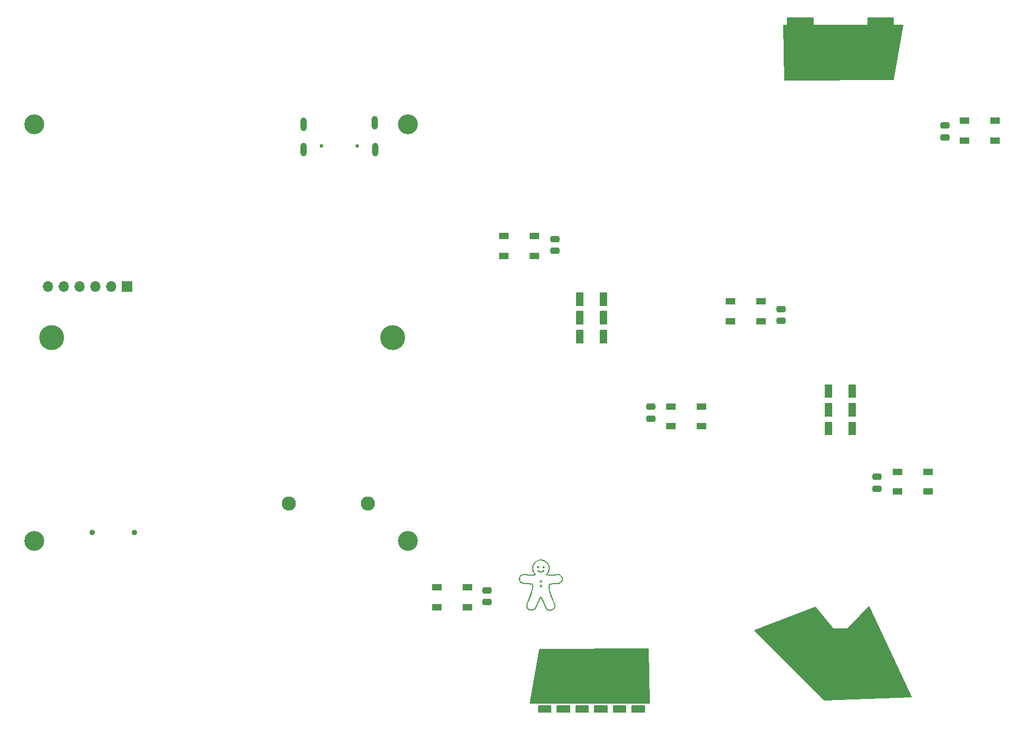
<source format=gbs>
%MOIN*%
%OFA0B0*%
%FSLAX46Y46*%
%IPPOS*%
%LPD*%
%AMRoundRect0*
4,1,4,
0.07874015748031496,0.11811023622047245,
0.15748031496062992,0.19685039370078741,
0.23622047244094491,0.27559055118110237,
0.31496062992125984,0.35433070866141736,
0.07874015748031496,0.11811023622047245,
0*
1,1,$1,$2,$3*
1,1,$1,$2,$3*
1,1,$1,$2,$3*
1,1,$1,$2,$3*
20,1,$1,$2,$3,$4,$5,0*
20,1,$1,$2,$3,$4,$5,0*
20,1,$1,$2,$3,$4,$5,0*
20,1,$1,$2,$3,$4,$5,0*%
%AMCOMP500*
4,1,3,
-0.018700787401574805,0.00984251968503937,
-0.018700787401574805,-0.00984251968503937,
0.018700787401574805,-0.00984251968503937,
0.018700787401574805,0.00984251968503937,
0*
4,1,19,
-0.018700787401574805,0.01968503937007874,
-0.015659281551427682,0.019203312168259386,
-0.012915499485310303,0.017805285377706176,
-0.010738021708907997,0.015627807601303872,
-0.0093399949183547871,0.012884025535186491,
-0.0088582677165354329,0.00984251968503937,
-0.0093399949183547871,0.0068010138348922507,
-0.010738021708907997,0.0040572317687748724,
-0.012915499485310301,0.0018797539923725657,
-0.015659281551427682,0.00048172720181935506,
-0.0187007874015748,0,
-0.021742293251721927,0.00048172720181935506,
-0.0244860753178393,0.0018797539923725635,
-0.026663553094241611,0.00405723176877487,
-0.02806157988479482,0.0068010138348922489,
-0.028543307086614175,0.0098425196850393682,
-0.02806157988479482,0.012884025535186489,
-0.026663553094241611,0.015627807601303868,
-0.024486075317839306,0.017805285377706176,
-0.021742293251721924,0.019203312168259386,
0*
4,1,19,
-0.018700787401574805,0,
-0.015659281551427682,-0.00048172720181935506,
-0.012915499485310303,-0.0018797539923725646,
-0.010738021708907997,-0.0040572317687748707,
-0.0093399949183547871,-0.00680101383489225,
-0.0088582677165354329,-0.00984251968503937,
-0.0093399949183547871,-0.012884025535186491,
-0.010738021708907997,-0.015627807601303868,
-0.012915499485310301,-0.017805285377706176,
-0.015659281551427682,-0.019203312168259386,
-0.0187007874015748,-0.01968503937007874,
-0.021742293251721927,-0.019203312168259386,
-0.0244860753178393,-0.017805285377706176,
-0.026663553094241611,-0.015627807601303872,
-0.02806157988479482,-0.012884025535186491,
-0.028543307086614175,-0.0098425196850393734,
-0.02806157988479482,-0.0068010138348922524,
-0.026663553094241611,-0.0040572317687748733,
-0.024486075317839306,-0.0018797539923725657,
-0.021742293251721924,-0.00048172720181935506,
0*
4,1,19,
0.018700787401574805,0,
0.021742293251721924,-0.00048172720181935506,
0.0244860753178393,-0.0018797539923725646,
0.026663553094241611,-0.0040572317687748707,
0.02806157988479482,-0.00680101383489225,
0.028543307086614175,-0.00984251968503937,
0.02806157988479482,-0.012884025535186491,
0.026663553094241611,-0.015627807601303868,
0.024486075317839306,-0.017805285377706176,
0.021742293251721924,-0.019203312168259386,
0.018700787401574805,-0.01968503937007874,
0.015659281551427682,-0.019203312168259386,
0.012915499485310306,-0.017805285377706176,
0.010738021708907997,-0.015627807601303872,
0.0093399949183547871,-0.012884025535186491,
0.0088582677165354329,-0.0098425196850393734,
0.0093399949183547871,-0.0068010138348922524,
0.010738021708907997,-0.0040572317687748733,
0.012915499485310301,-0.0018797539923725657,
0.015659281551427682,-0.00048172720181935506,
0*
4,1,19,
0.018700787401574805,0.01968503937007874,
0.021742293251721924,0.019203312168259386,
0.0244860753178393,0.017805285377706176,
0.026663553094241611,0.015627807601303872,
0.02806157988479482,0.012884025535186491,
0.028543307086614175,0.00984251968503937,
0.02806157988479482,0.0068010138348922507,
0.026663553094241611,0.0040572317687748724,
0.024486075317839306,0.0018797539923725657,
0.021742293251721924,0.00048172720181935506,
0.018700787401574805,0,
0.015659281551427682,0.00048172720181935506,
0.012915499485310306,0.0018797539923725635,
0.010738021708907997,0.00405723176877487,
0.0093399949183547871,0.0068010138348922489,
0.0088582677165354329,0.0098425196850393682,
0.0093399949183547871,0.012884025535186489,
0.010738021708907997,0.015627807601303868,
0.012915499485310301,0.017805285377706176,
0.015659281551427682,0.019203312168259386,
0*
4,1,3,
-0.028543307086614175,0.00984251968503937,
-0.0088582677165354329,0.00984251968503937,
-0.0088582677165354329,-0.00984251968503937,
-0.028543307086614175,-0.00984251968503937,
0*
4,1,3,
-0.018700787401574805,-0.01968503937007874,
-0.018700787401574805,0,
0.018700787401574805,0,
0.018700787401574805,-0.01968503937007874,
0*
4,1,3,
0.028543307086614175,-0.00984251968503937,
0.0088582677165354329,-0.00984251968503937,
0.0088582677165354329,0.00984251968503937,
0.028543307086614175,0.00984251968503937,
0*
4,1,3,
0.018700787401574805,0.01968503937007874,
0.018700787401574805,0,
-0.018700787401574805,0,
-0.018700787401574805,0.01968503937007874,
0*%
%AMRoundRect1*
4,1,4,
-0.078740157480314987,-0.11811023622047243,
-0.15748031496062997,-0.19685039370078738,
-0.23622047244094493,-0.27559055118110232,
-0.31496062992125995,-0.35433070866141725,
-0.078740157480314987,-0.11811023622047243,
0*
1,1,$1,$2,$3*
1,1,$1,$2,$3*
1,1,$1,$2,$3*
1,1,$1,$2,$3*
20,1,$1,$2,$3,$4,$5,180*
20,1,$1,$2,$3,$4,$5,180*
20,1,$1,$2,$3,$4,$5,180*
20,1,$1,$2,$3,$4,$5,180*%
%AMCOMP560*
4,1,3,
0.0187007874015748,-0.0098425196850393734,
0.018700787401574805,0.0098425196850393682,
-0.0187007874015748,0.0098425196850393734,
-0.018700787401574805,-0.0098425196850393682,
0*
4,1,19,
0.0187007874015748,-0.019685039370078747,
0.015659281551427682,-0.019203312168259389,
0.012915499485310301,-0.017805285377706179,
0.010738021708907995,-0.015627807601303872,
0.0093399949183547871,-0.012884025535186494,
0.0088582677165354312,-0.00984251968503937,
0.0093399949183547853,-0.0068010138348922524,
0.010738021708907997,-0.0040572317687748733,
0.012915499485310301,-0.0018797539923725672,
0.015659281551427682,-0.00048172720181935695,
0.0187007874015748,-0.0000000000000000022901103073449965,
0.021742293251721927,-0.00048172720181935771,
0.0244860753178393,-0.0018797539923725666,
0.026663553094241611,-0.0040572317687748733,
0.02806157988479482,-0.0068010138348922524,
0.028543307086614175,-0.0098425196850393734,
0.02806157988479482,-0.012884025535186494,
0.026663553094241611,-0.015627807601303872,
0.024486075317839306,-0.017805285377706179,
0.02174229325172192,-0.019203312168259389,
0*
4,1,19,
0.018700787401574805,-0.0000000000000000022901103073449965,
0.015659281551427682,0.0004817272018193531,
0.012915499485310303,0.0018797539923725629,
0.010738021708907997,0.00405723176877487,
0.0093399949183547888,0.0068010138348922489,
0.0088582677165354329,0.0098425196850393682,
0.0093399949183547871,0.012884025535186489,
0.010738021708907999,0.015627807601303865,
0.012915499485310303,0.017805285377706176,
0.015659281551427685,0.019203312168259386,
0.018700787401574805,0.01968503937007874,
0.021742293251721934,0.019203312168259386,
0.0244860753178393,0.017805285377706176,
0.026663553094241611,0.015627807601303872,
0.02806157988479482,0.012884025535186487,
0.028543307086614175,0.00984251968503937,
0.02806157988479482,0.0068010138348922489,
0.026663553094241611,0.00405723176877487,
0.024486075317839306,0.0018797539923725627,
0.021742293251721924,0.00048172720181935234,
0*
4,1,19,
-0.018700787401574805,0.0000000000000000022901103073449965,
-0.021742293251721924,0.00048172720181935771,
-0.0244860753178393,0.0018797539923725677,
-0.026663553094241611,0.0040572317687748742,
-0.02806157988479482,0.0068010138348922533,
-0.028543307086614175,0.0098425196850393734,
-0.02806157988479482,0.012884025535186496,
-0.026663553094241611,0.015627807601303872,
-0.024486075317839306,0.017805285377706179,
-0.02174229325172192,0.019203312168259389,
-0.018700787401574805,0.019685039370078747,
-0.015659281551427678,0.019203312168259389,
-0.012915499485310303,0.017805285377706179,
-0.010738021708907995,0.015627807601303875,
-0.0093399949183547871,0.012884025535186494,
-0.0088582677165354312,0.0098425196850393734,
-0.0093399949183547853,0.0068010138348922533,
-0.010738021708907997,0.0040572317687748742,
-0.012915499485310301,0.0018797539923725672,
-0.015659281551427682,0.00048172720181935695,
0*
4,1,19,
-0.018700787401574805,-0.01968503937007874,
-0.021742293251721927,-0.019203312168259386,
-0.0244860753178393,-0.017805285377706176,
-0.026663553094241611,-0.015627807601303868,
-0.02806157988479482,-0.012884025535186487,
-0.028543307086614175,-0.0098425196850393682,
-0.02806157988479482,-0.0068010138348922481,
-0.026663553094241611,-0.004057231768774869,
-0.024486075317839306,-0.0018797539923725627,
-0.021742293251721924,-0.00048172720181935234,
-0.018700787401574805,0.0000000000000000022901103073449973,
-0.015659281551427682,-0.0004817272018193531,
-0.012915499485310306,-0.0018797539923725618,
-0.010738021708907997,-0.004057231768774869,
-0.0093399949183547888,-0.0068010138348922481,
-0.0088582677165354329,-0.0098425196850393682,
-0.0093399949183547871,-0.012884025535186487,
-0.010738021708907999,-0.015627807601303865,
-0.012915499485310303,-0.017805285377706176,
-0.015659281551427682,-0.019203312168259386,
0*
4,1,3,
0.028543307086614175,-0.0098425196850393751,
0.0088582677165354312,-0.00984251968503937,
0.0088582677165354329,0.00984251968503937,
0.028543307086614175,0.0098425196850393665,
0*
4,1,3,
0.018700787401574805,0.01968503937007874,
0.018700787401574805,-0.0000000000000000022901103073449965,
-0.018700787401574805,0.0000000000000000022901103073449965,
-0.0187007874015748,0.019685039370078747,
0*
4,1,3,
-0.028543307086614175,0.0098425196850393751,
-0.0088582677165354312,0.00984251968503937,
-0.0088582677165354329,-0.00984251968503937,
-0.028543307086614175,-0.0098425196850393665,
0*
4,1,3,
-0.018700787401574805,-0.01968503937007874,
-0.018700787401574805,0.0000000000000000022901103073449965,
0.018700787401574805,-0.0000000000000000022901103073449965,
0.0187007874015748,-0.019685039370078747,
0*%
%ADD10C,0.12598425196850396*%
%ADD11C,0.035433070866141732*%
%ADD12C,0.023622047244094488*%
%ADD13O,0.03937007874015748X0.086614173228346469*%
%ADD14R,0.066929133858267723X0.066929133858267723*%
%ADD15O,0.066929133858267723X0.066929133858267723*%
%ADD16C,0.090000000000000011*%
%ADD17C,0.15748031496062992*%
%ADD28C,0.005905511811023622*%
%ADD29R,0.059055118110236227X0.03937007874015748*%
%AMCOMP62*
4,1,3,
-0.018700787401574805,0.00984251968503937,
-0.018700787401574805,-0.00984251968503937,
0.018700787401574805,-0.00984251968503937,
0.018700787401574805,0.00984251968503937,
0*
4,1,19,
-0.018700787401574805,0.01968503937007874,
-0.015659281551427682,0.019203312168259386,
-0.012915499485310303,0.017805285377706176,
-0.010738021708907997,0.015627807601303872,
-0.0093399949183547871,0.012884025535186491,
-0.0088582677165354329,0.00984251968503937,
-0.0093399949183547871,0.0068010138348922507,
-0.010738021708907997,0.0040572317687748724,
-0.012915499485310301,0.0018797539923725657,
-0.015659281551427682,0.00048172720181935506,
-0.0187007874015748,0,
-0.021742293251721927,0.00048172720181935506,
-0.0244860753178393,0.0018797539923725635,
-0.026663553094241611,0.00405723176877487,
-0.02806157988479482,0.0068010138348922489,
-0.028543307086614175,0.0098425196850393682,
-0.02806157988479482,0.012884025535186489,
-0.026663553094241611,0.015627807601303868,
-0.024486075317839306,0.017805285377706176,
-0.021742293251721924,0.019203312168259386,
0*
4,1,19,
-0.018700787401574805,0,
-0.015659281551427682,-0.00048172720181935506,
-0.012915499485310303,-0.0018797539923725646,
-0.010738021708907997,-0.0040572317687748707,
-0.0093399949183547871,-0.00680101383489225,
-0.0088582677165354329,-0.00984251968503937,
-0.0093399949183547871,-0.012884025535186491,
-0.010738021708907997,-0.015627807601303868,
-0.012915499485310301,-0.017805285377706176,
-0.015659281551427682,-0.019203312168259386,
-0.0187007874015748,-0.01968503937007874,
-0.021742293251721927,-0.019203312168259386,
-0.0244860753178393,-0.017805285377706176,
-0.026663553094241611,-0.015627807601303872,
-0.02806157988479482,-0.012884025535186491,
-0.028543307086614175,-0.0098425196850393734,
-0.02806157988479482,-0.0068010138348922524,
-0.026663553094241611,-0.0040572317687748733,
-0.024486075317839306,-0.0018797539923725657,
-0.021742293251721924,-0.00048172720181935506,
0*
4,1,19,
0.018700787401574805,0,
0.021742293251721924,-0.00048172720181935506,
0.0244860753178393,-0.0018797539923725646,
0.026663553094241611,-0.0040572317687748707,
0.02806157988479482,-0.00680101383489225,
0.028543307086614175,-0.00984251968503937,
0.02806157988479482,-0.012884025535186491,
0.026663553094241611,-0.015627807601303868,
0.024486075317839306,-0.017805285377706176,
0.021742293251721924,-0.019203312168259386,
0.018700787401574805,-0.01968503937007874,
0.015659281551427682,-0.019203312168259386,
0.012915499485310306,-0.017805285377706176,
0.010738021708907997,-0.015627807601303872,
0.0093399949183547871,-0.012884025535186491,
0.0088582677165354329,-0.0098425196850393734,
0.0093399949183547871,-0.0068010138348922524,
0.010738021708907997,-0.0040572317687748733,
0.012915499485310301,-0.0018797539923725657,
0.015659281551427682,-0.00048172720181935506,
0*
4,1,19,
0.018700787401574805,0.01968503937007874,
0.021742293251721924,0.019203312168259386,
0.0244860753178393,0.017805285377706176,
0.026663553094241611,0.015627807601303872,
0.02806157988479482,0.012884025535186491,
0.028543307086614175,0.00984251968503937,
0.02806157988479482,0.0068010138348922507,
0.026663553094241611,0.0040572317687748724,
0.024486075317839306,0.0018797539923725657,
0.021742293251721924,0.00048172720181935506,
0.018700787401574805,0,
0.015659281551427682,0.00048172720181935506,
0.012915499485310306,0.0018797539923725635,
0.010738021708907997,0.00405723176877487,
0.0093399949183547871,0.0068010138348922489,
0.0088582677165354329,0.0098425196850393682,
0.0093399949183547871,0.012884025535186489,
0.010738021708907997,0.015627807601303868,
0.012915499485310301,0.017805285377706176,
0.015659281551427682,0.019203312168259386,
0*
4,1,3,
-0.028543307086614175,0.00984251968503937,
-0.0088582677165354329,0.00984251968503937,
-0.0088582677165354329,-0.00984251968503937,
-0.028543307086614175,-0.00984251968503937,
0*
4,1,3,
-0.018700787401574805,-0.01968503937007874,
-0.018700787401574805,0,
0.018700787401574805,0,
0.018700787401574805,-0.01968503937007874,
0*
4,1,3,
0.028543307086614175,-0.00984251968503937,
0.0088582677165354329,-0.00984251968503937,
0.0088582677165354329,0.00984251968503937,
0.028543307086614175,0.00984251968503937,
0*
4,1,3,
0.018700787401574805,0.01968503937007874,
0.018700787401574805,0,
-0.018700787401574805,0,
-0.018700787401574805,0.01968503937007874,
0*%
%ADD30COMP62,0.25X-0.475X0.25X-0.475X-0.25X0.475X-0.25X0.475X0.25X0*%
%ADD31C,0.005905511811023622*%
%ADD32R,0.059055118110236227X0.03937007874015748*%
%AMCOMP68*
4,1,3,
0.0187007874015748,-0.0098425196850393734,
0.018700787401574805,0.0098425196850393682,
-0.0187007874015748,0.0098425196850393734,
-0.018700787401574805,-0.0098425196850393682,
0*
4,1,19,
0.0187007874015748,-0.019685039370078747,
0.015659281551427682,-0.019203312168259389,
0.012915499485310301,-0.017805285377706179,
0.010738021708907995,-0.015627807601303872,
0.0093399949183547871,-0.012884025535186494,
0.0088582677165354312,-0.00984251968503937,
0.0093399949183547853,-0.0068010138348922524,
0.010738021708907997,-0.0040572317687748733,
0.012915499485310301,-0.0018797539923725672,
0.015659281551427682,-0.00048172720181935695,
0.0187007874015748,-0.0000000000000000022901103073449965,
0.021742293251721927,-0.00048172720181935771,
0.0244860753178393,-0.0018797539923725666,
0.026663553094241611,-0.0040572317687748733,
0.02806157988479482,-0.0068010138348922524,
0.028543307086614175,-0.0098425196850393734,
0.02806157988479482,-0.012884025535186494,
0.026663553094241611,-0.015627807601303872,
0.024486075317839306,-0.017805285377706179,
0.02174229325172192,-0.019203312168259389,
0*
4,1,19,
0.018700787401574805,-0.0000000000000000022901103073449965,
0.015659281551427682,0.0004817272018193531,
0.012915499485310303,0.0018797539923725629,
0.010738021708907997,0.00405723176877487,
0.0093399949183547888,0.0068010138348922489,
0.0088582677165354329,0.0098425196850393682,
0.0093399949183547871,0.012884025535186489,
0.010738021708907999,0.015627807601303865,
0.012915499485310303,0.017805285377706176,
0.015659281551427685,0.019203312168259386,
0.018700787401574805,0.01968503937007874,
0.021742293251721934,0.019203312168259386,
0.0244860753178393,0.017805285377706176,
0.026663553094241611,0.015627807601303872,
0.02806157988479482,0.012884025535186487,
0.028543307086614175,0.00984251968503937,
0.02806157988479482,0.0068010138348922489,
0.026663553094241611,0.00405723176877487,
0.024486075317839306,0.0018797539923725627,
0.021742293251721924,0.00048172720181935234,
0*
4,1,19,
-0.018700787401574805,0.0000000000000000022901103073449965,
-0.021742293251721924,0.00048172720181935771,
-0.0244860753178393,0.0018797539923725677,
-0.026663553094241611,0.0040572317687748742,
-0.02806157988479482,0.0068010138348922533,
-0.028543307086614175,0.0098425196850393734,
-0.02806157988479482,0.012884025535186496,
-0.026663553094241611,0.015627807601303872,
-0.024486075317839306,0.017805285377706179,
-0.02174229325172192,0.019203312168259389,
-0.018700787401574805,0.019685039370078747,
-0.015659281551427678,0.019203312168259389,
-0.012915499485310303,0.017805285377706179,
-0.010738021708907995,0.015627807601303875,
-0.0093399949183547871,0.012884025535186494,
-0.0088582677165354312,0.0098425196850393734,
-0.0093399949183547853,0.0068010138348922533,
-0.010738021708907997,0.0040572317687748742,
-0.012915499485310301,0.0018797539923725672,
-0.015659281551427682,0.00048172720181935695,
0*
4,1,19,
-0.018700787401574805,-0.01968503937007874,
-0.021742293251721927,-0.019203312168259386,
-0.0244860753178393,-0.017805285377706176,
-0.026663553094241611,-0.015627807601303868,
-0.02806157988479482,-0.012884025535186487,
-0.028543307086614175,-0.0098425196850393682,
-0.02806157988479482,-0.0068010138348922481,
-0.026663553094241611,-0.004057231768774869,
-0.024486075317839306,-0.0018797539923725627,
-0.021742293251721924,-0.00048172720181935234,
-0.018700787401574805,0.0000000000000000022901103073449973,
-0.015659281551427682,-0.0004817272018193531,
-0.012915499485310306,-0.0018797539923725618,
-0.010738021708907997,-0.004057231768774869,
-0.0093399949183547888,-0.0068010138348922481,
-0.0088582677165354329,-0.0098425196850393682,
-0.0093399949183547871,-0.012884025535186487,
-0.010738021708907999,-0.015627807601303865,
-0.012915499485310303,-0.017805285377706176,
-0.015659281551427682,-0.019203312168259386,
0*
4,1,3,
0.028543307086614175,-0.0098425196850393751,
0.0088582677165354312,-0.00984251968503937,
0.0088582677165354329,0.00984251968503937,
0.028543307086614175,0.0098425196850393665,
0*
4,1,3,
0.018700787401574805,0.01968503937007874,
0.018700787401574805,-0.0000000000000000022901103073449965,
-0.018700787401574805,0.0000000000000000022901103073449965,
-0.0187007874015748,0.019685039370078747,
0*
4,1,3,
-0.028543307086614175,0.0098425196850393751,
-0.0088582677165354312,0.00984251968503937,
-0.0088582677165354329,-0.00984251968503937,
-0.028543307086614175,-0.0098425196850393665,
0*
4,1,3,
-0.018700787401574805,-0.01968503937007874,
-0.018700787401574805,0.0000000000000000022901103073449965,
0.018700787401574805,-0.0000000000000000022901103073449965,
0.0187007874015748,-0.019685039370078747,
0*%
%ADD33COMP68,0.25X-0.475X0.25X-0.475X-0.25X0.475X-0.25X0.475X0.25X0*%
G01*
D10*
X-0001771653Y-0003110236D02*
X0003149606Y0003779527D03*
D11*
X0001153543Y0001196850D03*
X0001421259Y0001196850D03*
D10*
X0000787401Y0003779527D03*
D12*
X0002602755Y0003643700D03*
X0002830314Y0003643700D03*
D13*
X0002491142Y0003780787D03*
X0002491535Y0003620642D03*
X0002942219Y0003620642D03*
X0002941535Y0003788976D03*
D10*
X0000787401Y0001141732D03*
D14*
X0001374015Y0002751968D03*
D15*
X0001274015Y0002751968D03*
X0001174015Y0002751968D03*
X0001074015Y0002751968D03*
X0000974015Y0002751968D03*
X0000874015Y0002751968D03*
D10*
X0003149606Y0001141732D03*
D16*
X0002396850Y0001379527D03*
X0002896850Y0001379527D03*
D17*
X0000896850Y0002429527D03*
X0003054330Y0002429527D03*
G04 next file*
G04 Gerber Fmt 4.6, Leading zero omitted, Abs format (unit mm)*
G04 Created by KiCad (PCBNEW (6.0.7)) date 2022-11-21 20:09:17*
G01*
G04 APERTURE LIST*
G04 Aperture macros list*
G04 Aperture macros list end*
G04 APERTURE END LIST*
D28*
G36*
X0004405511Y0002397637D02*
G01*
X0004366141Y0002397637D01*
X0004366141Y0002476377D01*
X0004405511Y0002476377D01*
X0004405511Y0002397637D01*
G37*
X0004405511Y0002397637D02*
X0004366141Y0002397637D01*
X0004366141Y0002476377D01*
X0004405511Y0002476377D01*
X0004405511Y0002397637D01*
G36*
X0004409448Y0000059055D02*
G01*
X0004330708Y0000059055D01*
X0004330708Y0000098425D01*
X0004409448Y0000098425D01*
X0004409448Y0000059055D01*
G37*
X0004409448Y0000059055D02*
X0004330708Y0000059055D01*
X0004330708Y0000098425D01*
X0004409448Y0000098425D01*
X0004409448Y0000059055D01*
G36*
X0004645669Y0000059055D02*
G01*
X0004566929Y0000059055D01*
X0004566929Y0000098425D01*
X0004645669Y0000098425D01*
X0004645669Y0000059055D01*
G37*
X0004645669Y0000059055D02*
X0004566929Y0000059055D01*
X0004566929Y0000098425D01*
X0004645669Y0000098425D01*
X0004645669Y0000059055D01*
G36*
X0004405511Y0002633858D02*
G01*
X0004366141Y0002633858D01*
X0004366141Y0002712598D01*
X0004405511Y0002712598D01*
X0004405511Y0002633858D01*
G37*
X0004405511Y0002633858D02*
X0004366141Y0002633858D01*
X0004366141Y0002712598D01*
X0004405511Y0002712598D01*
X0004405511Y0002633858D01*
G36*
X0004405511Y0002515748D02*
G01*
X0004366141Y0002515748D01*
X0004366141Y0002594488D01*
X0004405511Y0002594488D01*
X0004405511Y0002515748D01*
G37*
X0004405511Y0002515748D02*
X0004366141Y0002515748D01*
X0004366141Y0002594488D01*
X0004405511Y0002594488D01*
X0004405511Y0002515748D01*
G36*
X0004255905Y0002515748D02*
G01*
X0004216535Y0002515748D01*
X0004216535Y0002594488D01*
X0004255905Y0002594488D01*
X0004255905Y0002515748D01*
G37*
X0004255905Y0002515748D02*
X0004216535Y0002515748D01*
X0004216535Y0002594488D01*
X0004255905Y0002594488D01*
X0004255905Y0002515748D01*
G36*
X0004291338Y0000059055D02*
G01*
X0004212598Y0000059055D01*
X0004212598Y0000098425D01*
X0004291338Y0000098425D01*
X0004291338Y0000059055D01*
G37*
X0004291338Y0000059055D02*
X0004212598Y0000059055D01*
X0004212598Y0000098425D01*
X0004291338Y0000098425D01*
X0004291338Y0000059055D01*
G36*
X0004675800Y0000114531D02*
G01*
X0003923690Y0000114576D01*
X0003982745Y0000457096D01*
X0004671682Y0000460636D01*
X0004675800Y0000114531D01*
G37*
X0004675800Y0000114531D02*
X0003923690Y0000114576D01*
X0003982745Y0000457096D01*
X0004671682Y0000460636D01*
X0004675800Y0000114531D01*
G36*
X0004055118Y0000059055D02*
G01*
X0003976377Y0000059055D01*
X0003976377Y0000098425D01*
X0004055118Y0000098425D01*
X0004055118Y0000059055D01*
G37*
X0004055118Y0000059055D02*
X0003976377Y0000059055D01*
X0003976377Y0000098425D01*
X0004055118Y0000098425D01*
X0004055118Y0000059055D01*
G36*
X0004255905Y0002633858D02*
G01*
X0004216535Y0002633858D01*
X0004216535Y0002712598D01*
X0004255905Y0002712598D01*
X0004255905Y0002633858D01*
G37*
X0004255905Y0002633858D02*
X0004216535Y0002633858D01*
X0004216535Y0002712598D01*
X0004255905Y0002712598D01*
X0004255905Y0002633858D01*
G36*
X0004173228Y0000059055D02*
G01*
X0004094488Y0000059055D01*
X0004094488Y0000098425D01*
X0004173228Y0000098425D01*
X0004173228Y0000059055D01*
G37*
X0004173228Y0000059055D02*
X0004094488Y0000059055D01*
X0004094488Y0000098425D01*
X0004173228Y0000098425D01*
X0004173228Y0000059055D01*
G36*
X0004255905Y0002397637D02*
G01*
X0004216535Y0002397637D01*
X0004216535Y0002476377D01*
X0004255905Y0002476377D01*
X0004255905Y0002397637D01*
G37*
X0004255905Y0002397637D02*
X0004216535Y0002397637D01*
X0004216535Y0002476377D01*
X0004255905Y0002476377D01*
X0004255905Y0002397637D01*
G36*
X0004527559Y0000059055D02*
G01*
X0004448818Y0000059055D01*
X0004448818Y0000098425D01*
X0004527559Y0000098425D01*
X0004527559Y0000059055D01*
G37*
X0004527559Y0000059055D02*
X0004448818Y0000059055D01*
X0004448818Y0000098425D01*
X0004527559Y0000098425D01*
X0004527559Y0000059055D01*
G36*
X0004010755Y0000983289D02*
G01*
X0004012365Y0000982613D01*
X0004012501Y0000982519D01*
X0004014101Y0000981099D01*
X0004015047Y0000979476D01*
X0004015462Y0000977442D01*
X0004015485Y0000976996D01*
X0004015191Y0000974827D01*
X0004014284Y0000972919D01*
X0004012862Y0000971425D01*
X0004011023Y0000970497D01*
X0004009773Y0000970212D01*
X0004008059Y0000970230D01*
X0004006253Y0000970831D01*
X0004005068Y0000971519D01*
X0004003586Y0000973000D01*
X0004002653Y0000974805D01*
X0004002289Y0000976779D01*
X0004002514Y0000978769D01*
X0004003346Y0000980619D01*
X0004004806Y0000982176D01*
X0004005104Y0000982385D01*
X0004006849Y0000983160D01*
X0004008825Y0000983466D01*
X0004010755Y0000983289D01*
G37*
G36*
X0003998160Y0000853571D02*
G01*
X0003996620Y0000851709D01*
X0003994488Y0000850224D01*
X0003994471Y0000850215D01*
X0003993127Y0000849805D01*
X0003991385Y0000849629D01*
X0003989598Y0000849698D01*
X0003988116Y0000850024D01*
X0003987827Y0000850152D01*
X0003986753Y0000850821D01*
X0003985680Y0000851697D01*
X0003984408Y0000853179D01*
X0003983324Y0000855360D01*
X0003983005Y0000857169D01*
X0003987944Y0000857169D01*
X0003988458Y0000855881D01*
X0003989553Y0000854928D01*
X0003990596Y0000854475D01*
X0003991540Y0000854402D01*
X0003992519Y0000854806D01*
X0003993042Y0000855148D01*
X0003993977Y0000856268D01*
X0003994278Y0000857793D01*
X0003994270Y0000858064D01*
X0003993847Y0000859444D01*
X0003992920Y0000860427D01*
X0003991678Y0000860927D01*
X0003990314Y0000860859D01*
X0003989019Y0000860137D01*
X0003988744Y0000859861D01*
X0003988031Y0000858569D01*
X0003987944Y0000857169D01*
X0003983005Y0000857169D01*
X0003982917Y0000857673D01*
X0003983187Y0000859983D01*
X0003984133Y0000862156D01*
X0003985754Y0000864056D01*
X0003985920Y0000864199D01*
X0003988027Y0000865493D01*
X0003990305Y0000866067D01*
X0003992629Y0000865928D01*
X0003994875Y0000865081D01*
X0003996919Y0000863532D01*
X0003997948Y0000862303D01*
X0003999002Y0000860174D01*
X0003999373Y0000857927D01*
X0003999356Y0000857793D01*
X0003999085Y0000855684D01*
X0003998160Y0000853571D01*
G37*
G36*
X0003975053Y0000984124D02*
G01*
X0003977110Y0000983320D01*
X0003977712Y0000982922D01*
X0003979224Y0000981373D01*
X0003980169Y0000979470D01*
X0003980481Y0000977394D01*
X0003980093Y0000975320D01*
X0003980091Y0000975316D01*
X0003979207Y0000973802D01*
X0003977868Y0000972398D01*
X0003976377Y0000971424D01*
X0003975729Y0000971177D01*
X0003973688Y0000970893D01*
X0003971705Y0000971266D01*
X0003969919Y0000972204D01*
X0003968469Y0000973617D01*
X0003967493Y0000975412D01*
X0003967132Y0000977499D01*
X0003967307Y0000979115D01*
X0003968091Y0000981071D01*
X0003969385Y0000982625D01*
X0003971063Y0000983701D01*
X0003972995Y0000984226D01*
X0003975053Y0000984124D01*
G37*
G36*
X0004130225Y0000898470D02*
G01*
X0004129134Y0000893842D01*
X0004127365Y0000889426D01*
X0004124973Y0000885289D01*
X0004122012Y0000881503D01*
X0004118538Y0000878135D01*
X0004114606Y0000875257D01*
X0004110271Y0000872936D01*
X0004105588Y0000871244D01*
X0004105330Y0000871174D01*
X0004104730Y0000871026D01*
X0004104049Y0000870885D01*
X0004103236Y0000870747D01*
X0004102241Y0000870608D01*
X0004101014Y0000870464D01*
X0004099505Y0000870310D01*
X0004097663Y0000870142D01*
X0004095438Y0000869955D01*
X0004092779Y0000869746D01*
X0004089637Y0000869509D01*
X0004085960Y0000869242D01*
X0004081699Y0000868939D01*
X0004076804Y0000868596D01*
X0004071223Y0000868209D01*
X0004064908Y0000867773D01*
X0004062771Y0000867626D01*
X0004059017Y0000867363D01*
X0004055938Y0000867132D01*
X0004053460Y0000866919D01*
X0004051508Y0000866708D01*
X0004050009Y0000866486D01*
X0004048888Y0000866237D01*
X0004048071Y0000865946D01*
X0004047485Y0000865599D01*
X0004047054Y0000865180D01*
X0004046706Y0000864676D01*
X0004046366Y0000864071D01*
X0004046283Y0000863912D01*
X0004046055Y0000863330D01*
X0004045891Y0000862570D01*
X0004045782Y0000861510D01*
X0004045717Y0000860029D01*
X0004045688Y0000858004D01*
X0004045685Y0000855314D01*
X0004045712Y0000853090D01*
X0004045881Y0000849293D01*
X0004046220Y0000845521D01*
X0004046751Y0000841648D01*
X0004047496Y0000837549D01*
X0004048475Y0000833098D01*
X0004049710Y0000828169D01*
X0004051222Y0000822637D01*
X0004052401Y0000818623D01*
X0004053844Y0000814006D01*
X0004055482Y0000808996D01*
X0004057280Y0000803690D01*
X0004059203Y0000798184D01*
X0004061214Y0000792571D01*
X0004063279Y0000786949D01*
X0004065363Y0000781412D01*
X0004067428Y0000776055D01*
X0004069441Y0000770975D01*
X0004071365Y0000766266D01*
X0004073166Y0000762024D01*
X0004074807Y0000758344D01*
X0004076253Y0000755321D01*
X0004077465Y0000752871D01*
X0004079181Y0000749192D01*
X0004080519Y0000745973D01*
X0004081513Y0000743092D01*
X0004082198Y0000740425D01*
X0004082609Y0000737849D01*
X0004082781Y0000735242D01*
X0004082749Y0000732480D01*
X0004082450Y0000728760D01*
X0004081832Y0000725404D01*
X0004080828Y0000722235D01*
X0004079367Y0000718970D01*
X0004077135Y0000715150D01*
X0004074006Y0000711187D01*
X0004070355Y0000707796D01*
X0004066225Y0000705008D01*
X0004061657Y0000702856D01*
X0004056692Y0000701372D01*
X0004055208Y0000701105D01*
X0004051956Y0000700824D01*
X0004048436Y0000700843D01*
X0004044948Y0000701152D01*
X0004041793Y0000701746D01*
X0004039323Y0000702480D01*
X0004034881Y0000704365D01*
X0004030747Y0000706852D01*
X0004027028Y0000709861D01*
X0004023831Y0000713312D01*
X0004021262Y0000717125D01*
X0004021147Y0000717345D01*
X0004020659Y0000718354D01*
X0004019891Y0000719999D01*
X0004018870Y0000722222D01*
X0004017624Y0000724964D01*
X0004016178Y0000728165D01*
X0004014559Y0000731766D01*
X0004012794Y0000735707D01*
X0004010911Y0000739931D01*
X0004008934Y0000744377D01*
X0004006891Y0000748987D01*
X0004005959Y0000751094D01*
X0004003962Y0000755602D01*
X0004002056Y0000759902D01*
X0004000264Y0000763937D01*
X0003998613Y0000767651D01*
X0003997127Y0000770986D01*
X0003995833Y0000773886D01*
X0003994755Y0000776293D01*
X0003993919Y0000778151D01*
X0003993350Y0000779402D01*
X0003993074Y0000779991D01*
X0003992517Y0000780923D01*
X0003991903Y0000781386D01*
X0003990997Y0000781496D01*
X0003989941Y0000781318D01*
X0003989084Y0000780807D01*
X0003988949Y0000780573D01*
X0003988496Y0000779660D01*
X0003987764Y0000778118D01*
X0003986777Y0000776001D01*
X0003985560Y0000773363D01*
X0003984138Y0000770258D01*
X0003982534Y0000766739D01*
X0003980775Y0000762861D01*
X0003978883Y0000758676D01*
X0003976885Y0000754240D01*
X0003974805Y0000749606D01*
X0003973513Y0000746728D01*
X0003971448Y0000742140D01*
X0003969465Y0000737752D01*
X0003967590Y0000733622D01*
X0003965850Y0000729806D01*
X0003964272Y0000726364D01*
X0003962881Y0000723352D01*
X0003961705Y0000720829D01*
X0003960770Y0000718852D01*
X0003960103Y0000717478D01*
X0003959729Y0000716766D01*
X0003959015Y0000715676D01*
X0003957260Y0000713425D01*
X0003955161Y0000711123D01*
X0003952934Y0000709000D01*
X0003950797Y0000707286D01*
X0003947998Y0000705492D01*
X0003943602Y0000703363D01*
X0003939102Y0000701939D01*
X0003934560Y0000701192D01*
X0003930035Y0000701090D01*
X0003925587Y0000701603D01*
X0003921276Y0000702701D01*
X0003917162Y0000704353D01*
X0003913305Y0000706528D01*
X0003909764Y0000709196D01*
X0003906600Y0000712327D01*
X0003903872Y0000715891D01*
X0003901641Y0000719856D01*
X0003899966Y0000724192D01*
X0003898907Y0000728870D01*
X0003898524Y0000733858D01*
X0003898526Y0000734679D01*
X0003898683Y0000737791D01*
X0003899114Y0000740689D01*
X0003899871Y0000743584D01*
X0003901006Y0000746683D01*
X0003902571Y0000750196D01*
X0003905708Y0000756926D01*
X0003909992Y0000766513D01*
X0003914045Y0000776056D01*
X0003917842Y0000785486D01*
X0003921361Y0000794737D01*
X0003924578Y0000803742D01*
X0003927468Y0000812433D01*
X0003930008Y0000820743D01*
X0003932174Y0000828605D01*
X0003933943Y0000835952D01*
X0003935291Y0000842716D01*
X0003935397Y0000843364D01*
X0003935710Y0000845774D01*
X0003935955Y0000848478D01*
X0003936132Y0000851341D01*
X0003936238Y0000854230D01*
X0003936271Y0000857008D01*
X0003936229Y0000859543D01*
X0003936109Y0000861699D01*
X0003935910Y0000863340D01*
X0003935629Y0000864334D01*
X0003935618Y0000864356D01*
X0003935370Y0000864850D01*
X0003935130Y0000865277D01*
X0003934843Y0000865647D01*
X0003934452Y0000865969D01*
X0003933900Y0000866251D01*
X0003933130Y0000866504D01*
X0003932086Y0000866735D01*
X0003930710Y0000866954D01*
X0003928947Y0000867171D01*
X0003926739Y0000867394D01*
X0003924030Y0000867632D01*
X0003920762Y0000867895D01*
X0003916880Y0000868192D01*
X0003912326Y0000868531D01*
X0003907044Y0000868922D01*
X0003906015Y0000868999D01*
X0003900550Y0000869409D01*
X0003895798Y0000869775D01*
X0003891697Y0000870105D01*
X0003888185Y0000870407D01*
X0003885200Y0000870687D01*
X0003882681Y0000870954D01*
X0003880565Y0000871214D01*
X0003878790Y0000871476D01*
X0003877295Y0000871747D01*
X0003876018Y0000872035D01*
X0003874896Y0000872346D01*
X0003873868Y0000872689D01*
X0003872872Y0000873071D01*
X0003868924Y0000875025D01*
X0003865007Y0000877711D01*
X0003861419Y0000880938D01*
X0003858274Y0000884589D01*
X0003855685Y0000888548D01*
X0003853766Y0000892696D01*
X0003853276Y0000894123D01*
X0003852125Y0000898935D01*
X0003851762Y0000903523D01*
X0003858464Y0000903523D01*
X0003858583Y0000901463D01*
X0003859274Y0000897847D01*
X0003860507Y0000894207D01*
X0003862195Y0000890778D01*
X0003864251Y0000887795D01*
X0003865175Y0000886730D01*
X0003868330Y0000883750D01*
X0003871854Y0000881267D01*
X0003875599Y0000879378D01*
X0003879414Y0000878177D01*
X0003879523Y0000878155D01*
X0003880565Y0000878006D01*
X0003882310Y0000877809D01*
X0003884687Y0000877571D01*
X0003887625Y0000877299D01*
X0003891054Y0000876998D01*
X0003894903Y0000876675D01*
X0003899102Y0000876336D01*
X0003903580Y0000875987D01*
X0003908267Y0000875634D01*
X0003912805Y0000875296D01*
X0003917779Y0000874918D01*
X0003922046Y0000874581D01*
X0003925649Y0000874284D01*
X0003928632Y0000874021D01*
X0003931038Y0000873788D01*
X0003932910Y0000873582D01*
X0003934293Y0000873399D01*
X0003935229Y0000873234D01*
X0003935763Y0000873083D01*
X0003936207Y0000872889D01*
X0003938501Y0000871511D01*
X0003940300Y0000869680D01*
X0003941641Y0000867331D01*
X0003942562Y0000864401D01*
X0003943103Y0000860826D01*
X0003943118Y0000860654D01*
X0003943288Y0000855939D01*
X0003943030Y0000850605D01*
X0003942355Y0000844685D01*
X0003941272Y0000838215D01*
X0003939792Y0000831227D01*
X0003937924Y0000823755D01*
X0003935680Y0000815834D01*
X0003933068Y0000807497D01*
X0003930099Y0000798779D01*
X0003926784Y0000789712D01*
X0003923132Y0000780332D01*
X0003919153Y0000770671D01*
X0003914858Y0000760764D01*
X0003910256Y0000750645D01*
X0003910155Y0000750426D01*
X0003908673Y0000747183D01*
X0003907516Y0000744500D01*
X0003906649Y0000742247D01*
X0003906037Y0000740295D01*
X0003905644Y0000738511D01*
X0003905435Y0000736766D01*
X0003905375Y0000734931D01*
X0003905427Y0000732873D01*
X0003905618Y0000730496D01*
X0003906472Y0000726237D01*
X0003907995Y0000722347D01*
X0003910224Y0000718746D01*
X0003913194Y0000715354D01*
X0003913398Y0000715153D01*
X0003916339Y0000712640D01*
X0003919479Y0000710698D01*
X0003923096Y0000709152D01*
X0003923812Y0000708904D01*
X0003924983Y0000708557D01*
X0003926135Y0000708329D01*
X0003927470Y0000708195D01*
X0003929190Y0000708131D01*
X0003931496Y0000708112D01*
X0003933048Y0000708113D01*
X0003934935Y0000708148D01*
X0003936364Y0000708244D01*
X0003937534Y0000708425D01*
X0003938644Y0000708715D01*
X0003939895Y0000709140D01*
X0003941569Y0000709806D01*
X0003943453Y0000710667D01*
X0003945013Y0000711487D01*
X0003946253Y0000712318D01*
X0003948073Y0000713792D01*
X0003949957Y0000715543D01*
X0003951725Y0000717393D01*
X0003953198Y0000719161D01*
X0003954197Y0000720670D01*
X0003954298Y0000720870D01*
X0003954752Y0000721824D01*
X0003955489Y0000723413D01*
X0003956484Y0000725579D01*
X0003957710Y0000728265D01*
X0003959141Y0000731413D01*
X0003960751Y0000734964D01*
X0003962513Y0000738860D01*
X0003964401Y0000743044D01*
X0003966389Y0000747457D01*
X0003968449Y0000752041D01*
X0003969346Y0000754038D01*
X0003971378Y0000758556D01*
X0003973324Y0000762879D01*
X0003975159Y0000766947D01*
X0003976855Y0000770704D01*
X0003978388Y0000774091D01*
X0003979729Y0000777050D01*
X0003980855Y0000779522D01*
X0003981736Y0000781451D01*
X0003982349Y0000782777D01*
X0003982666Y0000783442D01*
X0003983610Y0000784923D01*
X0003985416Y0000786659D01*
X0003987592Y0000787836D01*
X0003989991Y0000788404D01*
X0003992466Y0000788316D01*
X0003994868Y0000787520D01*
X0003995207Y0000787347D01*
X0003995765Y0000787034D01*
X0003996286Y0000786671D01*
X0003996798Y0000786208D01*
X0003997327Y0000785591D01*
X0003997902Y0000784770D01*
X0003998549Y0000783694D01*
X0003999295Y0000782310D01*
X0004000168Y0000780567D01*
X0004001196Y0000778413D01*
X0004002405Y0000775797D01*
X0004003823Y0000772667D01*
X0004005477Y0000768971D01*
X0004007395Y0000764659D01*
X0004009603Y0000759677D01*
X0004010316Y0000758070D01*
X0004012250Y0000753702D01*
X0004014148Y0000749414D01*
X0004015974Y0000745286D01*
X0004017694Y0000741397D01*
X0004019271Y0000737827D01*
X0004020670Y0000734658D01*
X0004021856Y0000731967D01*
X0004022794Y0000729837D01*
X0004023448Y0000728346D01*
X0004024160Y0000726754D01*
X0004025251Y0000724432D01*
X0004026319Y0000722279D01*
X0004027272Y0000720480D01*
X0004028016Y0000719223D01*
X0004030503Y0000716038D01*
X0004033761Y0000713062D01*
X0004037527Y0000710646D01*
X0004041736Y0000708842D01*
X0004043931Y0000708209D01*
X0004046180Y0000707824D01*
X0004048818Y0000707637D01*
X0004051540Y0000707636D01*
X0004054931Y0000708011D01*
X0004058186Y0000708880D01*
X0004061614Y0000710309D01*
X0004062193Y0000710592D01*
X0004063783Y0000711460D01*
X0004065179Y0000712420D01*
X0004066614Y0000713644D01*
X0004068317Y0000715305D01*
X0004070000Y0000717124D01*
X0004072294Y0000720205D01*
X0004074009Y0000723482D01*
X0004075267Y0000727165D01*
X0004075368Y0000727566D01*
X0004075761Y0000729956D01*
X0004075946Y0000732704D01*
X0004075923Y0000735529D01*
X0004075691Y0000738153D01*
X0004075251Y0000740297D01*
X0004075124Y0000740668D01*
X0004074670Y0000741839D01*
X0004073948Y0000743614D01*
X0004072991Y0000745916D01*
X0004071829Y0000748673D01*
X0004070495Y0000751808D01*
X0004069020Y0000755247D01*
X0004067435Y0000758915D01*
X0004065772Y0000762738D01*
X0004065178Y0000764103D01*
X0004063433Y0000768132D01*
X0004061717Y0000772131D01*
X0004060071Y0000776000D01*
X0004058536Y0000779642D01*
X0004057154Y0000782957D01*
X0004055966Y0000785847D01*
X0004055013Y0000788215D01*
X0004054337Y0000789960D01*
X0004051805Y0000796921D01*
X0004048805Y0000805741D01*
X0004046175Y0000814182D01*
X0004043924Y0000822210D01*
X0004042058Y0000829789D01*
X0004040586Y0000836885D01*
X0004039515Y0000843463D01*
X0004038853Y0000849488D01*
X0004038608Y0000854924D01*
X0004038787Y0000859738D01*
X0004038891Y0000860815D01*
X0004039107Y0000862662D01*
X0004039337Y0000864235D01*
X0004039546Y0000865278D01*
X0004040064Y0000866719D01*
X0004041493Y0000869037D01*
X0004043463Y0000870986D01*
X0004045830Y0000872435D01*
X0004048447Y0000873254D01*
X0004048573Y0000873273D01*
X0004049553Y0000873382D01*
X0004051227Y0000873536D01*
X0004053521Y0000873730D01*
X0004056361Y0000873958D01*
X0004059674Y0000874213D01*
X0004063386Y0000874492D01*
X0004067424Y0000874787D01*
X0004071713Y0000875093D01*
X0004076181Y0000875404D01*
X0004077755Y0000875514D01*
X0004083120Y0000875894D01*
X0004087952Y0000876252D01*
X0004092216Y0000876583D01*
X0004095875Y0000876885D01*
X0004098893Y0000877155D01*
X0004101234Y0000877389D01*
X0004102862Y0000877585D01*
X0004103740Y0000877740D01*
X0004104681Y0000878018D01*
X0004108333Y0000879521D01*
X0004111874Y0000881600D01*
X0004115082Y0000884112D01*
X0004117738Y0000886912D01*
X0004118930Y0000888517D01*
X0004121122Y0000892257D01*
X0004122668Y0000896161D01*
X0004123544Y0000900128D01*
X0004123722Y0000904058D01*
X0004123176Y0000907848D01*
X0004122900Y0000908870D01*
X0004121317Y0000912917D01*
X0004119090Y0000916573D01*
X0004116284Y0000919774D01*
X0004112960Y0000922456D01*
X0004109183Y0000924555D01*
X0004105017Y0000926010D01*
X0004103935Y0000926268D01*
X0004102343Y0000926556D01*
X0004100737Y0000926701D01*
X0004098966Y0000926700D01*
X0004096877Y0000926552D01*
X0004094319Y0000926253D01*
X0004091141Y0000925802D01*
X0004089950Y0000925625D01*
X0004084972Y0000924916D01*
X0004080541Y0000924345D01*
X0004076472Y0000923900D01*
X0004072582Y0000923565D01*
X0004068686Y0000923327D01*
X0004064599Y0000923172D01*
X0004060138Y0000923086D01*
X0004055118Y0000923054D01*
X0004053242Y0000923053D01*
X0004049262Y0000923065D01*
X0004045910Y0000923108D01*
X0004043071Y0000923189D01*
X0004040634Y0000923319D01*
X0004038485Y0000923506D01*
X0004036511Y0000923759D01*
X0004034600Y0000924087D01*
X0004032637Y0000924499D01*
X0004030511Y0000925004D01*
X0004027719Y0000925754D01*
X0004025409Y0000926544D01*
X0004023741Y0000927362D01*
X0004022641Y0000928255D01*
X0004022035Y0000929270D01*
X0004021850Y0000930454D01*
X0004021935Y0000930974D01*
X0004022284Y0000931684D01*
X0004022974Y0000932622D01*
X0004024083Y0000933891D01*
X0004025688Y0000935596D01*
X0004025956Y0000935875D01*
X0004030072Y0000940673D01*
X0004033432Y0000945623D01*
X0004036063Y0000950783D01*
X0004037989Y0000956212D01*
X0004039235Y0000961968D01*
X0004039827Y0000968110D01*
X0004039819Y0000972427D01*
X0004039166Y0000978366D01*
X0004037799Y0000984105D01*
X0004035757Y0000989590D01*
X0004033077Y0000994767D01*
X0004029798Y0000999581D01*
X0004025959Y0001003978D01*
X0004021598Y0001007903D01*
X0004016754Y0001011302D01*
X0004011465Y0001014120D01*
X0004005770Y0001016302D01*
X0004001444Y0001017433D01*
X0003995557Y0001018298D01*
X0003989610Y0001018440D01*
X0003983699Y0001017869D01*
X0003977918Y0001016596D01*
X0003972361Y0001014631D01*
X0003967123Y0001011985D01*
X0003967034Y0001011933D01*
X0003961764Y0001008376D01*
X0003957092Y0001004332D01*
X0003953041Y0000999835D01*
X0003949631Y0000994924D01*
X0003946885Y0000989633D01*
X0003944826Y0000984000D01*
X0003943474Y0000978060D01*
X0003942852Y0000971850D01*
X0003942849Y0000971776D01*
X0003942839Y0000967130D01*
X0003943217Y0000962879D01*
X0003944027Y0000958716D01*
X0003945312Y0000954331D01*
X0003946062Y0000952229D01*
X0003948021Y0000947774D01*
X0003950421Y0000943630D01*
X0003953371Y0000939626D01*
X0003956974Y0000935591D01*
X0003957216Y0000935340D01*
X0003958612Y0000933858D01*
X0003959542Y0000932777D01*
X0003960096Y0000931968D01*
X0003960363Y0000931304D01*
X0003960433Y0000930659D01*
X0003960433Y0000930655D01*
X0003960259Y0000929456D01*
X0003959844Y0000928469D01*
X0003959840Y0000928462D01*
X0003958892Y0000927659D01*
X0003957240Y0000926865D01*
X0003954966Y0000926097D01*
X0003952152Y0000925371D01*
X0003948881Y0000924705D01*
X0003945236Y0000924114D01*
X0003941298Y0000923617D01*
X0003937149Y0000923230D01*
X0003932874Y0000922969D01*
X0003932070Y0000922939D01*
X0003928195Y0000922905D01*
X0003923714Y0000923020D01*
X0003918759Y0000923272D01*
X0003913464Y0000923652D01*
X0003907963Y0000924149D01*
X0003902387Y0000924752D01*
X0003896870Y0000925451D01*
X0003891545Y0000926235D01*
X0003890088Y0000926459D01*
X0003886636Y0000926911D01*
X0003883753Y0000927146D01*
X0003881304Y0000927166D01*
X0003879153Y0000926976D01*
X0003877165Y0000926578D01*
X0003873795Y0000925440D01*
X0003870141Y0000923526D01*
X0003866860Y0000921065D01*
X0003864021Y0000918142D01*
X0003861693Y0000914841D01*
X0003859945Y0000911248D01*
X0003858846Y0000907447D01*
X0003858464Y0000903523D01*
X0003851762Y0000903523D01*
X0003851749Y0000903694D01*
X0003852135Y0000908353D01*
X0003853275Y0000912866D01*
X0003855156Y0000917186D01*
X0003857768Y0000921267D01*
X0003861101Y0000925062D01*
X0003862254Y0000926136D01*
X0003865785Y0000928815D01*
X0003869689Y0000931008D01*
X0003873830Y0000932666D01*
X0003878072Y0000933741D01*
X0003882281Y0000934186D01*
X0003886321Y0000933952D01*
X0003886961Y0000933856D01*
X0003888735Y0000933589D01*
X0003890958Y0000933255D01*
X0003893409Y0000932887D01*
X0003895866Y0000932518D01*
X0003902990Y0000931547D01*
X0003912064Y0000930598D01*
X0003920846Y0000930004D01*
X0003929205Y0000929773D01*
X0003937007Y0000929915D01*
X0003938845Y0000930012D01*
X0003941634Y0000930219D01*
X0003944251Y0000930479D01*
X0003946575Y0000930777D01*
X0003948481Y0000931096D01*
X0003949846Y0000931419D01*
X0003950548Y0000931730D01*
X0003950552Y0000931735D01*
X0003950368Y0000932108D01*
X0003949789Y0000932899D01*
X0003948934Y0000933947D01*
X0003946494Y0000937049D01*
X0003943077Y0000942393D01*
X0003940257Y0000948167D01*
X0003938078Y0000954276D01*
X0003936584Y0000960624D01*
X0003936300Y0000962718D01*
X0003936074Y0000965834D01*
X0003935991Y0000969268D01*
X0003936051Y0000972765D01*
X0003936253Y0000976073D01*
X0003936597Y0000978936D01*
X0003937463Y0000983020D01*
X0003939102Y0000988265D01*
X0003941270Y0000993456D01*
X0003943870Y0000998367D01*
X0003946805Y0001002771D01*
X0003947437Y0001003585D01*
X0003949727Y0001006251D01*
X0003952376Y0001009000D01*
X0003955187Y0001011646D01*
X0003957967Y0001014002D01*
X0003960518Y0001015882D01*
X0003963127Y0001017508D01*
X0003968573Y0001020318D01*
X0003974322Y0001022588D01*
X0003980118Y0001024211D01*
X0003981089Y0001024400D01*
X0003983870Y0001024767D01*
X0003987105Y0001025007D01*
X0003990564Y0001025117D01*
X0003994019Y0001025091D01*
X0003997242Y0001024925D01*
X0004000002Y0001024615D01*
X0004003349Y0001023985D01*
X0004009565Y0001022230D01*
X0004015455Y0001019794D01*
X0004020976Y0001016718D01*
X0004026088Y0001013044D01*
X0004030745Y0001008811D01*
X0004034907Y0001004061D01*
X0004038530Y0000998835D01*
X0004041572Y0000993174D01*
X0004043990Y0000987118D01*
X0004045741Y0000980708D01*
X0004045954Y0000979512D01*
X0004046241Y0000976923D01*
X0004046421Y0000973881D01*
X0004046494Y0000970593D01*
X0004046460Y0000967262D01*
X0004046319Y0000964096D01*
X0004046072Y0000961298D01*
X0004045719Y0000959075D01*
X0004045552Y0000958334D01*
X0004043995Y0000952847D01*
X0004041929Y0000947507D01*
X0004039429Y0000942467D01*
X0004036570Y0000937880D01*
X0004033427Y0000933899D01*
X0004033361Y0000933826D01*
X0004032489Y0000932810D01*
X0004031908Y0000932053D01*
X0004031741Y0000931712D01*
X0004031770Y0000931695D01*
X0004032326Y0000931528D01*
X0004033417Y0000931269D01*
X0004034842Y0000930965D01*
X0004035242Y0000930886D01*
X0004039456Y0000930246D01*
X0004044334Y0000929816D01*
X0004049792Y0000929593D01*
X0004055744Y0000929576D01*
X0004062104Y0000929762D01*
X0004068789Y0000930149D01*
X0004075713Y0000930733D01*
X0004082790Y0000931514D01*
X0004089937Y0000932488D01*
X0004092864Y0000932897D01*
X0004096596Y0000933291D01*
X0004099819Y0000933440D01*
X0004102678Y0000933337D01*
X0004105317Y0000932973D01*
X0004107881Y0000932343D01*
X0004110515Y0000931437D01*
X0004114207Y0000929714D01*
X0004118217Y0000927080D01*
X0004121801Y0000923864D01*
X0004124859Y0000920157D01*
X0004127295Y0000916050D01*
X0004127853Y0000914878D01*
X0004129162Y0000911712D01*
X0004130013Y0000908798D01*
X0004130466Y0000905893D01*
X0004130533Y0000904058D01*
X0004130580Y0000902755D01*
X0004130225Y0000898470D01*
G37*
G36*
X0003974533Y0000958259D02*
G01*
X0003975327Y0000958131D01*
X0003976110Y0000957764D01*
X0003977071Y0000957051D01*
X0003978399Y0000955886D01*
X0003978807Y0000955520D01*
X0003981477Y0000953383D01*
X0003984009Y0000951878D01*
X0003986581Y0000950938D01*
X0003989369Y0000950496D01*
X0003992551Y0000950483D01*
X0003995243Y0000950785D01*
X0003998187Y0000951627D01*
X0004000889Y0000953067D01*
X0004003551Y0000955192D01*
X0004003799Y0000955419D01*
X0004005015Y0000956483D01*
X0004006072Y0000957337D01*
X0004006765Y0000957814D01*
X0004006926Y0000957895D01*
X0004008471Y0000958243D01*
X0004009950Y0000957929D01*
X0004011205Y0000957059D01*
X0004012075Y0000955739D01*
X0004012401Y0000954076D01*
X0004012386Y0000953804D01*
X0004011888Y0000952358D01*
X0004010768Y0000950770D01*
X0004009135Y0000949120D01*
X0004007095Y0000947487D01*
X0004004756Y0000945950D01*
X0004002225Y0000944589D01*
X0003999610Y0000943483D01*
X0003997018Y0000942711D01*
X0003996301Y0000942569D01*
X0003993608Y0000942292D01*
X0003990354Y0000942278D01*
X0003987574Y0000942495D01*
X0003983621Y0000943320D01*
X0003979972Y0000944781D01*
X0003976515Y0000946930D01*
X0003973136Y0000949816D01*
X0003972999Y0000949948D01*
X0003971738Y0000951197D01*
X0003970940Y0000952091D01*
X0003970500Y0000952792D01*
X0003970314Y0000953466D01*
X0003970275Y0000954275D01*
X0003970437Y0000955505D01*
X0003971197Y0000956963D01*
X0003972480Y0000957922D01*
X0003974174Y0000958267D01*
X0003974533Y0000958259D01*
G37*
G36*
X0003998041Y0000882586D02*
G01*
X0003996514Y0000880789D01*
X0003994491Y0000879474D01*
X0003992214Y0000878833D01*
X0003989810Y0000878887D01*
X0003987507Y0000879628D01*
X0003985481Y0000881024D01*
X0003984401Y0000882264D01*
X0003983347Y0000884340D01*
X0003982924Y0000886577D01*
X0003982974Y0000887168D01*
X0003987802Y0000887168D01*
X0003988021Y0000886000D01*
X0003988906Y0000884744D01*
X0003989543Y0000884236D01*
X0003990865Y0000883845D01*
X0003992260Y0000884024D01*
X0003993435Y0000884769D01*
X0003993700Y0000885087D01*
X0003994279Y0000886413D01*
X0003994228Y0000887772D01*
X0003993629Y0000888973D01*
X0003992564Y0000889827D01*
X0003991116Y0000890144D01*
X0003990076Y0000890025D01*
X0003988829Y0000889360D01*
X0003988018Y0000888061D01*
X0003987802Y0000887168D01*
X0003982974Y0000887168D01*
X0003983113Y0000888826D01*
X0003983895Y0000890941D01*
X0003985252Y0000892775D01*
X0003987164Y0000894179D01*
X0003988514Y0000894759D01*
X0003990950Y0000895220D01*
X0003993303Y0000894970D01*
X0003995452Y0000894050D01*
X0003997278Y0000892498D01*
X0003998663Y0000890354D01*
X0003999051Y0000889325D01*
X0003999368Y0000887008D01*
X0003999276Y0000886413D01*
X0003999012Y0000884710D01*
X0003998041Y0000882586D01*
G37*
D29*
X0005005905Y0001994094D03*
X0005005905Y0001868110D03*
X0004812992Y0001868110D03*
X0004812992Y0001994094D03*
D30*
X0003649606Y0000830708D03*
X0003649606Y0000755905D03*
D29*
X0003948818Y0003072834D03*
X0003948818Y0002946850D03*
X0003755905Y0002946850D03*
X0003755905Y0003072834D03*
X0003525590Y0000850393D03*
X0003525590Y0000724409D03*
X0003332677Y0000724409D03*
X0003332677Y0000850393D03*
D30*
X0004078740Y0003053149D03*
X0004078740Y0002978346D03*
X0004687007Y0001992125D03*
X0004687007Y0001917322D03*
G04 next file*
G04 Gerber Fmt 4.6, Leading zero omitted, Abs format (unit mm)*
G04 Created by KiCad (PCBNEW (6.0.7)) date 2022-11-21 20:11:54*
G01*
G04 APERTURE LIST*
G04 Aperture macros list*
G04 Aperture macros list end*
G04 APERTURE END LIST*
D31*
G36*
X0005791338Y0002129921D02*
G01*
X0005830708Y0002129921D01*
X0005830708Y0002051181D01*
X0005791338Y0002051181D01*
X0005791338Y0002129921D01*
G37*
X0005791338Y0002129921D02*
X0005830708Y0002129921D01*
X0005830708Y0002051181D01*
X0005791338Y0002051181D01*
X0005791338Y0002129921D01*
G36*
X0005528165Y0004406341D02*
G01*
X0006280275Y0004406295D01*
X0006221219Y0004063776D01*
X0005532283Y0004060236D01*
X0005528165Y0004406341D01*
G37*
X0005528165Y0004406341D02*
X0006280275Y0004406295D01*
X0006221219Y0004063776D01*
X0005532283Y0004060236D01*
X0005528165Y0004406341D01*
G36*
X0005791338Y0001893700D02*
G01*
X0005830708Y0001893700D01*
X0005830708Y0001814960D01*
X0005791338Y0001814960D01*
X0005791338Y0001893700D01*
G37*
X0005791338Y0001893700D02*
X0005830708Y0001893700D01*
X0005830708Y0001814960D01*
X0005791338Y0001814960D01*
X0005791338Y0001893700D01*
G36*
X0005791338Y0002011811D02*
G01*
X0005830708Y0002011811D01*
X0005830708Y0001933070D01*
X0005791338Y0001933070D01*
X0005791338Y0002011811D01*
G37*
X0005791338Y0002011811D02*
X0005830708Y0002011811D01*
X0005830708Y0001933070D01*
X0005791338Y0001933070D01*
X0005791338Y0002011811D01*
G36*
X0005940944Y0002011811D02*
G01*
X0005980314Y0002011811D01*
X0005980314Y0001933070D01*
X0005940944Y0001933070D01*
X0005940944Y0002011811D01*
G37*
X0005940944Y0002011811D02*
X0005980314Y0002011811D01*
X0005980314Y0001933070D01*
X0005940944Y0001933070D01*
X0005940944Y0002011811D01*
G36*
X0006059055Y0004452755D02*
G01*
X0006220472Y0004452755D01*
X0006220472Y0004413385D01*
X0006059055Y0004413385D01*
X0006059055Y0004452755D01*
G37*
X0006059055Y0004452755D02*
X0006220472Y0004452755D01*
X0006220472Y0004413385D01*
X0006059055Y0004413385D01*
X0006059055Y0004452755D01*
G36*
X0005940944Y0001893700D02*
G01*
X0005980314Y0001893700D01*
X0005980314Y0001814960D01*
X0005940944Y0001814960D01*
X0005940944Y0001893700D01*
G37*
X0005940944Y0001893700D02*
X0005980314Y0001893700D01*
X0005980314Y0001814960D01*
X0005940944Y0001814960D01*
X0005940944Y0001893700D01*
G36*
X0005344488Y0000574803D02*
G01*
X0005728346Y0000724409D01*
X0005840551Y0000584645D01*
X0005929133Y0000584645D01*
X0006066929Y0000726377D01*
X0006334645Y0000157480D01*
X0005783464Y0000135826D01*
X0005344488Y0000574803D01*
G37*
X0005344488Y0000574803D02*
X0005728346Y0000724409D01*
X0005840551Y0000584645D01*
X0005929133Y0000584645D01*
X0006066929Y0000726377D01*
X0006334645Y0000157480D01*
X0005783464Y0000135826D01*
X0005344488Y0000574803D01*
G36*
X0005940944Y0002129921D02*
G01*
X0005980314Y0002129921D01*
X0005980314Y0002051181D01*
X0005940944Y0002051181D01*
X0005940944Y0002129921D01*
G37*
X0005940944Y0002129921D02*
X0005980314Y0002129921D01*
X0005980314Y0002051181D01*
X0005940944Y0002051181D01*
X0005940944Y0002129921D01*
G36*
X0005551181Y0004452755D02*
G01*
X0005712598Y0004452755D01*
X0005712598Y0004413385D01*
X0005551181Y0004413385D01*
X0005551181Y0004452755D01*
G37*
X0005551181Y0004452755D02*
X0005712598Y0004452755D01*
X0005712598Y0004413385D01*
X0005551181Y0004413385D01*
X0005551181Y0004452755D01*
D32*
X0005190944Y0002533464D03*
X0005190944Y0002659448D03*
X0005383858Y0002659448D03*
X0005383858Y0002533464D03*
D33*
X0006547244Y0003696850D03*
X0006547244Y0003771653D03*
D32*
X0006248031Y0001454724D03*
X0006248031Y0001580708D03*
X0006440944Y0001580708D03*
X0006440944Y0001454724D03*
X0006671259Y0003677165D03*
X0006671259Y0003803149D03*
X0006864173Y0003803149D03*
X0006864173Y0003677165D03*
D33*
X0006118110Y0001474409D03*
X0006118110Y0001549212D03*
X0005509842Y0002535433D03*
X0005509842Y0002610236D03*
M02*
</source>
